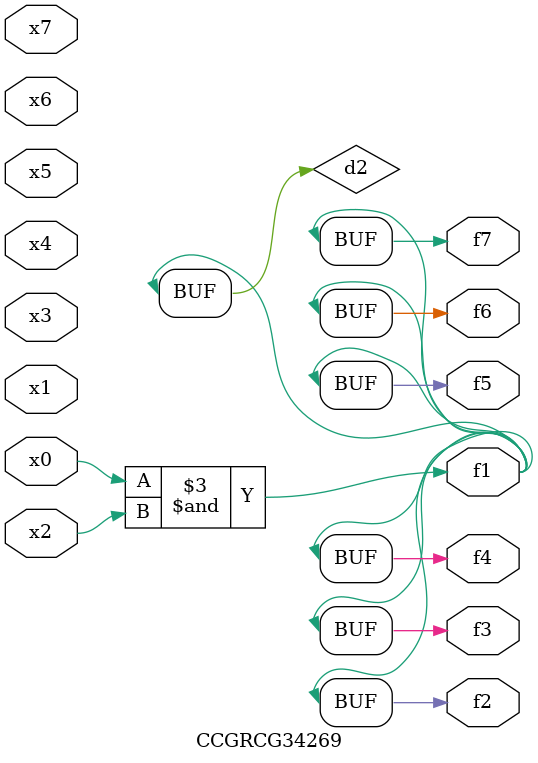
<source format=v>
module CCGRCG34269(
	input x0, x1, x2, x3, x4, x5, x6, x7,
	output f1, f2, f3, f4, f5, f6, f7
);

	wire d1, d2;

	nor (d1, x3, x6);
	and (d2, x0, x2);
	assign f1 = d2;
	assign f2 = d2;
	assign f3 = d2;
	assign f4 = d2;
	assign f5 = d2;
	assign f6 = d2;
	assign f7 = d2;
endmodule

</source>
